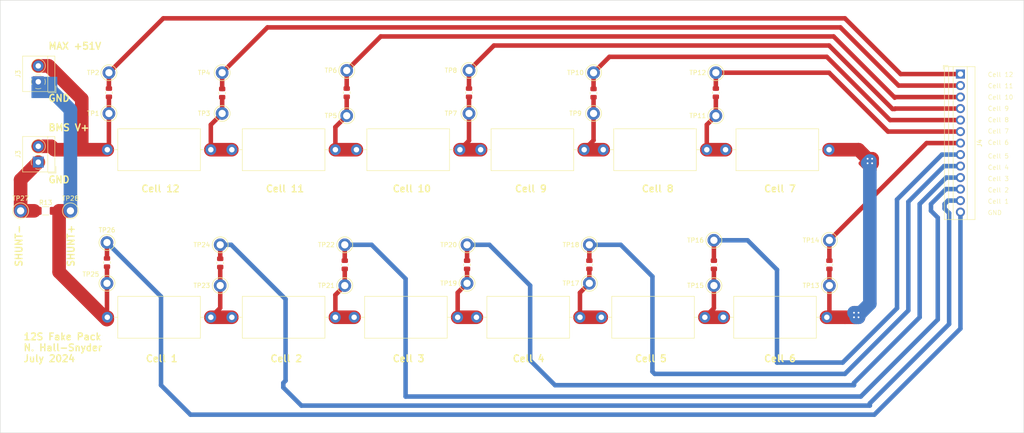
<source format=kicad_pcb>
(kicad_pcb (version 20240108) (generator "pcbnew") (generator_version "8.0")
  (layers (0 "F.Cu" signal) (31 "B.Cu" signal) (34 "B.Paste" user) (35 "F.Paste" user) (36 "B.SilkS" user "B.Silkscreen") (37 "F.SilkS" user "F.Silkscreen") (38 "B.Mask" user) (39 "F.Mask" user) (44 "Edge.Cuts" user))
  (net 0 "")
  (net 1 "Net-(J3-Pin_2)")
  (net 2 "GND")
  (net 3 "Net-(J4-Pin_5)")
  (net 4 "Net-(J4-Pin_6)")
  (net 5 "Net-(J4-Pin_7)")
  (net 6 "Net-(J4-Pin_8)")
  (net 7 "Net-(J4-Pin_10)")
  (net 8 "Net-(J4-Pin_1)")
  (net 9 "Net-(J4-Pin_2)")
  (net 10 "Net-(J4-Pin_9)")
  (net 11 "Net-(J4-Pin_4)")
  (net 12 "Net-(J4-Pin_12)")
  (net 13 "Net-(J4-Pin_3)")
  (net 14 "Net-(J4-Pin_13)")
  (net 15 "Net-(J4-Pin_11)")
  (net 16 "Net-(R1-Pad2)")
  (net 17 "Net-(R2-Pad2)")
  (net 18 "Net-(R23-Pad1)")
  (net 19 "Net-(R22-Pad1)")
  (net 20 "Net-(R21-Pad1)")
  (net 21 "Net-(R20-Pad1)")
  (net 22 "Net-(R19-Pad1)")
  (net 23 "Net-(R18-Pad1)")
  (net 24 "Net-(R10-Pad1)")
  (net 25 "Net-(R10-Pad2)")
  (net 26 "Net-(R11-Pad2)")
  (net 27 "Net-(R12-Pad2)")
  (footprint "TestPoint:TestPoint_Keystone_5010-5014_Multipurpose" (layer "F.Cu") (at 64.5 35.5)
    (property "Reference" "TP3" (at -4 0 0) (layer "F.SilkS"))
    (property "Value" "TestPoint" (hide yes))
    (pad "1" thru_hole circle (at 0 0) (size 2.8 2.8) (drill 1.6) (layers "*.Cu" "*.Mask") (net 16 "Net-(R1-Pad2)"))
  )
  (footprint "Resistor_SMD:R_0805_2012Metric" (layer "F.Cu") (at 118.57 68.9125 90)
    (property "Reference" "R17" (hide yes))
    (property "Value" "1")
    (pad "1" smd roundrect (at -0.9125 0 90) (size 1.025 1.4) (layers "F.Cu" "F.Paste" "F.Mask") (roundrect_rratio 0.243902) (net 24 "Net-(R10-Pad1)"))
    (pad "2" smd roundrect (at 0.9125 0 90) (size 1.025 1.4) (layers "F.Cu" "F.Paste" "F.Mask") (roundrect_rratio 0.243902) (net 7 "Net-(J4-Pin_10)"))
  )
  (footprint "Resistor_SMD:R_0805_2012Metric" (layer "F.Cu") (at 64.07 68.5 90)
    (property "Reference" "R15" (hide yes))
    (property "Value" "1")
    (pad "1" smd roundrect (at -0.9125 0 90) (size 1.025 1.4) (layers "F.Cu" "F.Paste" "F.Mask") (roundrect_rratio 0.243902) (net 26 "Net-(R11-Pad2)"))
    (pad "2" smd roundrect (at 0.9125 0 90) (size 1.025 1.4) (layers "F.Cu" "F.Paste" "F.Mask") (roundrect_rratio 0.243902) (net 12 "Net-(J4-Pin_12)"))
  )
  (footprint "TestPoint:TestPoint_Keystone_5010-5014_Multipurpose" (layer "F.Cu") (at 119 26)
    (property "Reference" "TP8" (at -4 0 0) (layer "F.SilkS"))
    (property "Value" "TestPoint" (hide yes))
    (pad "1" thru_hole circle (at 0 0) (size 2.8 2.8) (drill 1.6) (layers "*.Cu" "*.Mask") (net 11 "Net-(J4-Pin_4)"))
  )
  (footprint "Resistor_SMD:R_1206_3216Metric" (layer "F.Cu") (at 25.5375 57)
    (property "Reference" "R13" (at 0 -1.82 0) (layer "F.SilkS"))
    (property "Value" "0.1")
    (pad "1" smd roundrect (at -1.4625 0) (size 1.125 1.75) (layers "F.Cu" "F.Paste" "F.Mask") (roundrect_rratio 0.222222) (net 2 "GND"))
    (pad "2" smd roundrect (at 1.4625 0) (size 1.125 1.75) (layers "F.Cu" "F.Paste" "F.Mask") (roundrect_rratio 0.222222) (net 27 "Net-(R12-Pad2)"))
  )
  (footprint "TestPoint:TestPoint_Keystone_5010-5014_Multipurpose" (layer "F.Cu") (at 198.57 73.5)
    (property "Reference" "TP13" (at -4.07 0 0) (layer "F.SilkS"))
    (property "Value" "TestPoint" (hide yes))
    (pad "1" thru_hole circle (at 0 0) (size 2.8 2.8) (drill 1.6) (layers "*.Cu" "*.Mask") (net 21 "Net-(R20-Pad1)"))
  )
  (footprint "Resistor_THT:R_Axial_DIN0918_L18.0mm_D9.0mm_P22.86mm_Horizontal" (layer "F.Cu") (at 94.14 43.5)
    (property "Reference" "R3" (hide yes))
    (property "Value" "10" (hide yes))
    (pad "1" thru_hole circle (at 0 0) (size 2.4 2.4) (drill 1.2) (layers "*.Cu" "*.Mask") (net 17 "Net-(R2-Pad2)"))
    (pad "2" thru_hole oval (at 22.86 0) (size 2.4 2.4) (drill 1.2) (layers "*.Cu" "*.Mask") (net 18 "Net-(R23-Pad1)"))
  )
  (footprint "TestPoint:TestPoint_Keystone_5010-5014_Multipurpose" (layer "F.Cu") (at 39.07 64)
    (property "Reference" "TP26" (at 0 -2.75 0) (layer "F.SilkS"))
    (property "Value" "TestPoint")
    (pad "1" thru_hole circle (at 0 0) (size 2.8 2.8) (drill 1.6) (layers "*.Cu" "*.Mask") (net 14 "Net-(J4-Pin_13)"))
  )
  (footprint "Resistor_THT:R_Axial_DIN0918_L18.0mm_D9.0mm_P22.86mm_Horizontal" (layer "F.Cu") (at 66.64 43.5)
    (property "Reference" "R2" (hide yes))
    (property "Value" "10" (hide yes))
    (pad "1" thru_hole circle (at 0 0) (size 2.4 2.4) (drill 1.2) (layers "*.Cu" "*.Mask") (net 16 "Net-(R1-Pad2)"))
    (pad "2" thru_hole oval (at 22.86 0) (size 2.4 2.4) (drill 1.2) (layers "*.Cu" "*.Mask") (net 17 "Net-(R2-Pad2)"))
  )
  (footprint "TestPoint:TestPoint_Keystone_5010-5014_Multipurpose" (layer "F.Cu") (at 64.5 26.5)
    (property "Reference" "TP4" (at -4 0 0) (layer "F.SilkS"))
    (property "Value" "TestPoint" (hide yes))
    (pad "1" thru_hole circle (at 0 0) (size 2.8 2.8) (drill 1.6) (layers "*.Cu" "*.Mask") (net 9 "Net-(J4-Pin_2)"))
  )
  (footprint "TestPoint:TestPoint_Keystone_5010-5014_Multipurpose" (layer "F.Cu") (at 39.5 26.5)
    (property "Reference" "TP2" (at -3.5 0 0) (layer "F.SilkS"))
    (property "Value" "TestPoint" (hide yes))
    (pad "1" thru_hole circle (at 0 0) (size 2.8 2.8) (drill 1.6) (layers "*.Cu" "*.Mask") (net 8 "Net-(J4-Pin_1)"))
  )
  (footprint "Resistor_THT:R_Axial_DIN0918_L18.0mm_D9.0mm_P22.86mm_Horizontal" (layer "F.Cu") (at 198 80.5 180)
    (property "Reference" "R7" (hide yes))
    (property "Value" "10")
    (pad "1" thru_hole circle (at 0 0 180) (size 2.4 2.4) (drill 1.2) (layers "*.Cu" "*.Mask") (net 21 "Net-(R20-Pad1)"))
    (pad "2" thru_hole oval (at 22.86 0 180) (size 2.4 2.4) (drill 1.2) (layers "*.Cu" "*.Mask") (net 22 "Net-(R19-Pad1)"))
  )
  (footprint "TerminalBlock:TerminalBlock_Xinya_XY308-2.54-13P_1x13_P2.54mm_Horizontal" (layer "F.Cu") (at 227.5 26.8 -90)
    (property "Reference" "J4" (at 15.24 -4.22 90) (layer "F.SilkS"))
    (property "Value" "Screw_Terminal_01x13")
    (pad "1" thru_hole rect (at 0 0 270) (size 2 2) (drill 1.2) (layers "*.Cu" "*.Mask") (net 8 "Net-(J4-Pin_1)"))
    (pad "2" thru_hole circle (at 2.54 0 270) (size 2 2) (drill 1.2) (layers "*.Cu" "*.Mask") (net 9 "Net-(J4-Pin_2)"))
    (pad "3" thru_hole circle (at 5.08 0 270) (size 2 2) (drill 1.2) (layers "*.Cu" "*.Mask") (net 13 "Net-(J4-Pin_3)"))
    (pad "4" thru_hole circle (at 7.62 0 270) (size 2 2) (drill 1.2) (layers "*.Cu" "*.Mask") (net 11 "Net-(J4-Pin_4)"))
    (pad "5" thru_hole circle (at 10.16 0 270) (size 2 2) (drill 1.2) (layers "*.Cu" "*.Mask") (net 3 "Net-(J4-Pin_5)"))
    (pad "6" thru_hole circle (at 12.7 0 270) (size 2 2) (drill 1.2) (layers "*.Cu" "*.Mask") (net 4 "Net-(J4-Pin_6)"))
    (pad "7" thru_hole circle (at 15.24 0 270) (size 2 2) (drill 1.2) (layers "*.Cu" "*.Mask") (net 5 "Net-(J4-Pin_7)"))
    (pad "8" thru_hole circle (at 17.78 0 270) (size 2 2) (drill 1.2) (layers "*.Cu" "*.Mask") (net 6 "Net-(J4-Pin_8)"))
    (pad "9" thru_hole circle (at 20.32 0 270) (size 2 2) (drill 1.2) (layers "*.Cu" "*.Mask") (net 10 "Net-(J4-Pin_9)"))
    (pad "10" thru_hole circle (at 22.86 0 270) (size 2 2) (drill 1.2) (layers "*.Cu" "*.Mask") (net 7 "Net-(J4-Pin_10)"))
    (pad "11" thru_hole circle (at 25.4 0 270) (size 2 2) (drill 1.2) (layers "*.Cu" "*.Mask") (net 15 "Net-(J4-Pin_11)"))
    (pad "12" thru_hole circle (at 27.94 0 270) (size 2 2) (drill 1.2) (layers "*.Cu" "*.Mask") (net 12 "Net-(J4-Pin_12)"))
    (pad "13" thru_hole circle (at 30.48 0 270) (size 2 2) (drill 1.2) (layers "*.Cu" "*.Mask") (net 14 "Net-(J4-Pin_13)"))
  )
  (footprint "TestPoint:TestPoint_Keystone_5010-5014_Multipurpose" (layer "F.Cu") (at 146.5 35.5)
    (property "Reference" "TP9" (at -4 0 0) (layer "F.SilkS"))
    (property "Value" "TestPoint" (hide yes))
    (pad "1" thru_hole circle (at 0 0) (size 2.8 2.8) (drill 1.6) (layers "*.Cu" "*.Mask") (net 19 "Net-(R22-Pad1)"))
  )
  (footprint "TestPoint:TestPoint_Keystone_5010-5014_Multipurpose" (layer "F.Cu") (at 64.07 73.5)
    (property "Reference" "TP23" (at -4.07 0 0) (layer "F.SilkS"))
    (property "Value" "TestPoint" (hide yes))
    (pad "1" thru_hole circle (at 0 0) (size 2.8 2.8) (drill 1.6) (layers "*.Cu" "*.Mask") (net 26 "Net-(R11-Pad2)"))
  )
  (footprint "TestPoint:TestPoint_Keystone_5010-5014_Multipurpose" (layer "F.Cu") (at 39.07 73)
    (property "Reference" "TP25" (at -3.57 -2 0) (layer "F.SilkS"))
    (property "Value" "TestPoint" (hide yes))
    (pad "1" thru_hole circle (at 0 0) (size 2.8 2.8) (drill 1.6) (layers "*.Cu" "*.Mask") (net 27 "Net-(R12-Pad2)"))
  )
  (footprint "TerminalBlock_4Ucon:TerminalBlock_4Ucon_1x02_P3.50mm_Horizontal" (layer "F.Cu") (at 23.9 28.5 90)
    (property "Reference" "J3" (at 1.75 -4.46 90) (layer "F.SilkS"))
    (property "Value" "Screw_Terminal_01x02" (hide yes))
    (pad "1" thru_hole rect (at 0 0 90) (size 2.4 2.4) (drill 1.2) (layers "*.Cu" "*.Mask") (net 2 "GND"))
    (pad "2" thru_hole circle (at 3.5 0 90) (size 2.4 2.4) (drill 1.2) (layers "*.Cu" "*.Mask") (net 1 "Net-(J3-Pin_2)"))
  )
  (footprint "Resistor_SMD:R_0805_2012Metric" (layer "F.Cu") (at 173.5 30.9125 90)
    (property "Reference" "R21" (hide yes))
    (property "Value" "1")
    (pad "1" smd roundrect (at -0.9125 0 90) (size 1.025 1.4) (layers "F.Cu" "F.Paste" "F.Mask") (roundrect_rratio 0.243902) (net 20 "Net-(R21-Pad1)"))
    (pad "2" smd roundrect (at 0.9125 0 90) (size 1.025 1.4) (layers "F.Cu" "F.Paste" "F.Mask") (roundrect_rratio 0.243902) (net 4 "Net-(J4-Pin_6)"))
  )
  (footprint "Resistor_SMD:R_0805_2012Metric" (layer "F.Cu") (at 39.07 68.4125 90)
    (property "Reference" "R14" (hide yes))
    (property "Value" "1")
    (pad "1" smd roundrect (at -0.9125 0 90) (size 1.025 1.4) (layers "F.Cu" "F.Paste" "F.Mask") (roundrect_rratio 0.243902) (net 27 "Net-(R12-Pad2)"))
    (pad "2" smd roundrect (at 0.9125 0 90) (size 1.025 1.4) (layers "F.Cu" "F.Paste" "F.Mask") (roundrect_rratio 0.243902) (net 14 "Net-(J4-Pin_13)"))
  )
  (footprint "TestPoint:TestPoint_Keystone_5010-5014_Multipurpose" (layer "F.Cu") (at 173.07 73.5)
    (property "Reference" "TP15" (at -4.07 0 0) (layer "F.SilkS"))
    (property "Value" "TestPoint" (hide yes))
    (pad "1" thru_hole circle (at 0 0) (size 2.8 2.8) (drill 1.6) (layers "*.Cu" "*.Mask") (net 22 "Net-(R19-Pad1)"))
  )
  (footprint "TestPoint:TestPoint_Keystone_5010-5014_Multipurpose" (layer "F.Cu") (at 146.5 26.5)
    (property "Reference" "TP10" (at -4 0 0) (layer "F.SilkS"))
    (property "Value" "TestPoint" (hide yes))
    (pad "1" thru_hole circle (at 0 0) (size 2.8 2.8) (drill 1.6) (layers "*.Cu" "*.Mask") (net 3 "Net-(J4-Pin_5)"))
  )
  (footprint "Resistor_SMD:R_0805_2012Metric" (layer "F.Cu") (at 173.07 68.9125 90)
    (property "Reference" "R19" (hide yes))
    (property "Value" "1")
    (pad "1" smd roundrect (at -0.9125 0 90) (size 1.025 1.4) (layers "F.Cu" "F.Paste" "F.Mask") (roundrect_rratio 0.243902) (net 22 "Net-(R19-Pad1)"))
    (pad "2" smd roundrect (at 0.9125 0 90) (size 1.025 1.4) (layers "F.Cu" "F.Paste" "F.Mask") (roundrect_rratio 0.243902) (net 6 "Net-(J4-Pin_8)"))
  )
  (footprint "Resistor_SMD:R_0805_2012Metric" (layer "F.Cu") (at 145.57 68.9125 90)
    (property "Reference" "R18" (hide yes))
    (property "Value" "1")
    (pad "1" smd roundrect (at -0.9125 0 90) (size 1.025 1.4) (layers "F.Cu" "F.Paste" "F.Mask") (roundrect_rratio 0.243902) (net 23 "Net-(R18-Pad1)"))
    (pad "2" smd roundrect (at 0.9125 0 90) (size 1.025 1.4) (layers "F.Cu" "F.Paste" "F.Mask") (roundrect_rratio 0.243902) (net 10 "Net-(J4-Pin_9)"))
  )
  (footprint "TestPoint:TestPoint_Keystone_5010-5014_Multipurpose" (layer "F.Cu") (at 92 26)
    (property "Reference" "TP6" (at -3.5 0 0) (layer "F.SilkS"))
    (property "Value" "TestPoint" (hide yes))
    (pad "1" thru_hole circle (at 0 0) (size 2.8 2.8) (drill 1.6) (layers "*.Cu" "*.Mask") (net 13 "Net-(J4-Pin_3)"))
  )
  (footprint "TestPoint:TestPoint_Keystone_5010-5014_Multipurpose" (layer "F.Cu") (at 31 57)
    (property "Reference" "TP28" (at 0 -2.75 0) (layer "F.SilkS"))
    (property "Value" "TestPoint")
    (pad "1" thru_hole circle (at 0 0) (size 2.8 2.8) (drill 1.6) (layers "*.Cu" "*.Mask") (net 27 "Net-(R12-Pad2)"))
  )
  (footprint "Resistor_SMD:R_0805_2012Metric" (layer "F.Cu") (at 64.5 31 90)
    (property "Reference" "R25" (hide yes))
    (property "Value" "1")
    (pad "1" smd roundrect (at -0.9125 0 90) (size 1.025 1.4) (layers "F.Cu" "F.Paste" "F.Mask") (roundrect_rratio 0.243902) (net 16 "Net-(R1-Pad2)"))
    (pad "2" smd roundrect (at 0.9125 0 90) (size 1.025 1.4) (layers "F.Cu" "F.Paste" "F.Mask") (roundrect_rratio 0.243902) (net 9 "Net-(J4-Pin_2)"))
  )
  (footprint "Resistor_SMD:R_0805_2012Metric" (layer "F.Cu") (at 119 30.9125 90)
    (property "Reference" "R23" (hide yes))
    (property "Value" "1")
    (pad "1" smd roundrect (at -0.9125 0 90) (size 1.025 1.4) (layers "F.Cu" "F.Paste" "F.Mask") (roundrect_rratio 0.243902) (net 18 "Net-(R23-Pad1)"))
    (pad "2" smd roundrect (at 0.9125 0 90) (size 1.025 1.4) (layers "F.Cu" "F.Paste" "F.Mask") (roundrect_rratio 0.243902) (net 11 "Net-(J4-Pin_4)"))
  )
  (footprint "Resistor_SMD:R_0805_2012Metric" (layer "F.Cu") (at 198.57 68.9125 90)
    (property "Reference" "R20" (hide yes))
    (property "Value" "1")
    (pad "1" smd roundrect (at -0.9125 0 90) (size 1.025 1.4) (layers "F.Cu" "F.Paste" "F.Mask") (roundrect_rratio 0.243902) (net 21 "Net-(R20-Pad1)"))
    (pad "2" smd roundrect (at 0.9125 0 90) (size 1.025 1.4) (layers "F.Cu" "F.Paste" "F.Mask") (roundrect_rratio 0.243902) (net 5 "Net-(J4-Pin_7)"))
  )
  (footprint "Resistor_THT:R_Axial_DIN0918_L18.0mm_D9.0mm_P22.86mm_Horizontal" (layer "F.Cu") (at 143.5 80.5 180)
    (property "Reference" "R9" (hide yes))
    (property "Value" "10")
    (pad "1" thru_hole circle (at 0 0 180) (size 2.4 2.4) (drill 1.2) (layers "*.Cu" "*.Mask") (net 23 "Net-(R18-Pad1)"))
    (pad "2" thru_hole oval (at 22.86 0 180) (size 2.4 2.4) (drill 1.2) (layers "*.Cu" "*.Mask") (net 24 "Net-(R10-Pad1)"))
  )
  (footprint "TestPoint:TestPoint_Keystone_5010-5014_Multipurpose" (layer "F.Cu") (at 173.07 63.5)
    (property "Reference" "TP16" (at -4.07 0 0) (layer "F.SilkS"))
    (property "Value" "TestPoint" (hide yes))
    (pad "1" thru_hole circle (at 0 0) (size 2.8 2.8) (drill 1.6) (layers "*.Cu" "*.Mask") (net 6 "Net-(J4-Pin_8)"))
  )
  (footprint "TestPoint:TestPoint_Keystone_5010-5014_Multipurpose" (layer "F.Cu") (at 118.57 73)
    (property "Reference" "TP19" (at -4.07 0 0) (layer "F.SilkS"))
    (property "Value" "TestPoint" (hide yes))
    (pad "1" thru_hole circle (at 0 0) (size 2.8 2.8) (drill 1.6) (layers "*.Cu" "*.Mask") (net 24 "Net-(R10-Pad1)"))
  )
  (footprint "TerminalBlock_4Ucon:TerminalBlock_4Ucon_1x02_P3.50mm_Horizontal" (layer "F.Cu") (at 23.9 46.25 90)
    (property "Reference" "J3" (at 1.75 -4.46 90) (layer "F.SilkS"))
    (property "Value" "Screw_Terminal_01x02" (hide yes))
    (pad "1" thru_hole rect (at 0 0 90) (size 2.4 2.4) (drill 1.2) (layers "*.Cu" "*.Mask") (net 2 "GND"))
    (pad "2" thru_hole circle (at 3.5 0 90) (size 2.4 2.4) (drill 1.2) (layers "*.Cu" "*.Mask") (net 1 "Net-(J3-Pin_2)"))
  )
  (footprint "Resistor_SMD:R_0805_2012Metric" (layer "F.Cu") (at 146.5 31 90)
    (property "Reference" "R22" (hide yes))
    (property "Value" "1")
    (pad "1" smd roundrect (at -0.9125 0 90) (size 1.025 1.4) (layers "F.Cu" "F.Paste" "F.Mask") (roundrect_rratio 0.243902) (net 19 "Net-(R22-Pad1)"))
    (pad "2" smd roundrect (at 0.9125 0 90) (size 1.025 1.4) (layers "F.Cu" "F.Paste" "F.Mask") (roundrect_rratio 0.243902) (net 3 "Net-(J4-Pin_5)"))
  )
  (footprint "Resistor_SMD:R_0805_2012Metric" (layer "F.Cu") (at 92 30.9125 90)
    (property "Reference" "R24" (hide yes))
    (property "Value" "1")
    (pad "1" smd roundrect (at -0.9125 0 90) (size 1.025 1.4) (layers "F.Cu" "F.Paste" "F.Mask") (roundrect_rratio 0.243902) (net 17 "Net-(R2-Pad2)"))
    (pad "2" smd roundrect (at 0.9125 0 90) (size 1.025 1.4) (layers "F.Cu" "F.Paste" "F.Mask") (roundrect_rratio 0.243902) (net 13 "Net-(J4-Pin_3)"))
  )
  (footprint "TestPoint:TestPoint_Keystone_5010-5014_Multipurpose" (layer "F.Cu") (at 92 36)
    (property "Reference" "TP5" (at -3.5 0 0) (layer "F.SilkS"))
    (property "Value" "TestPoint" (hide yes))
    (pad "1" thru_hole circle (at 0 0) (size 2.8 2.8) (drill 1.6) (layers "*.Cu" "*.Mask") (net 17 "Net-(R2-Pad2)"))
  )
  (footprint "TestPoint:TestPoint_Keystone_5010-5014_Multipurpose" (layer "F.Cu") (at 64.07 64.5)
    (property "Reference" "TP24" (at -4.07 0 0) (layer "F.SilkS"))
    (property "Value" "TestPoint" (hide yes))
    (pad "1" thru_hole circle (at 0 0) (size 2.8 2.8) (drill 1.6) (layers "*.Cu" "*.Mask") (net 12 "Net-(J4-Pin_12)"))
  )
  (footprint "Resistor_THT:R_Axial_DIN0918_L18.0mm_D9.0mm_P22.86mm_Horizontal" (layer "F.Cu") (at 171.07 80.5 180)
    (property "Reference" "R8" (hide yes))
    (property "Value" "10")
    (pad "1" thru_hole circle (at 0 0 180) (size 2.4 2.4) (drill 1.2) (layers "*.Cu" "*.Mask") (net 22 "Net-(R19-Pad1)"))
    (pad "2" thru_hole oval (at 22.86 0 180) (size 2.4 2.4) (drill 1.2) (layers "*.Cu" "*.Mask") (net 23 "Net-(R18-Pad1)"))
  )
  (footprint "TestPoint:TestPoint_Keystone_5010-5014_Multipurpose" (layer "F.Cu") (at 91.57 73.5)
    (property "Reference" "TP21" (at -4.07 0 0) (layer "F.SilkS"))
    (property "Value" "TestPoint" (hide yes))
    (pad "1" thru_hole circle (at 0 0) (size 2.8 2.8) (drill 1.6) (layers "*.Cu" "*.Mask") (net 25 "Net-(R10-Pad2)"))
  )
  (footprint "Resistor_THT:R_Axial_DIN0918_L18.0mm_D9.0mm_P22.86mm_Horizontal" (layer "F.Cu") (at 39.14 43.5)
    (property "Reference" "R1" (hide yes))
    (property "Value" "10" (hide yes))
    (pad "1" thru_hole circle (at 0 0) (size 2.4 2.4) (drill 1.2) (layers "*.Cu" "*.Mask") (net 1 "Net-(J3-Pin_2)"))
    (pad "2" thru_hole oval (at 22.86 0) (size 2.4 2.4) (drill 1.2) (layers "*.Cu" "*.Mask") (net 16 "Net-(R1-Pad2)"))
  )
  (footprint "TestPoint:TestPoint_Keystone_5010-5014_Multipurpose" (layer "F.Cu") (at 91.57 64.5)
    (property "Reference" "TP22" (at -4.07 0 0) (layer "F.SilkS"))
    (property "Value" "TestPoint" (hide yes))
    (pad "1" thru_hole circle (at 0 0) (size 2.8 2.8) (drill 1.6) (layers "*.Cu" "*.Mask") (net 15 "Net-(J4-Pin_11)"))
  )
  (footprint "Resistor_THT:R_Axial_DIN0918_L18.0mm_D9.0mm_P22.86mm_Horizontal" (layer "F.Cu") (at 62 80.5 180)
    (property "Reference" "R12" (hide yes))
    (property "Value" "10")
    (pad "1" thru_hole circle (at 0 0 180) (size 2.4 2.4) (drill 1.2) (layers "*.Cu" "*.Mask") (net 26 "Net-(R11-Pad2)"))
    (pad "2" thru_hole oval (at 22.86 0 180) (size 2.4 2.4) (drill 1.2) (layers "*.Cu" "*.Mask") (net 27 "Net-(R12-Pad2)"))
  )
  (footprint "Resistor_SMD:R_0805_2012Metric" (layer "F.Cu") (at 91.57 68.9125 90)
    (property "Reference" "R16" (hide yes))
    (property "Value" "1")
    (pad "1" smd roundrect (at -0.9125 0 90) (size 1.025 1.4) (layers "F.Cu" "F.Paste" "F.Mask") (roundrect_rratio 0.243902) (net 25 "Net-(R10-Pad2)"))
    (pad "2" smd roundrect (at 0.9125 0 90) (size 1.025 1.4) (layers "F.Cu" "F.Paste" "F.Mask") (roundrect_rratio 0.243902) (net 15 "Net-(J4-Pin_11)"))
  )
  (footprint "Resistor_THT:R_Axial_DIN0918_L18.0mm_D9.0mm_P22.86mm_Horizontal" (layer "F.Cu") (at 121.57 43.5)
    (property "Reference" "R4" (hide yes))
    (property "Value" "10" (hide yes))
    (pad "1" thru_hole circle (at 0 0) (size 2.4 2.4) (drill 1.2) (layers "*.Cu" "*.Mask") (net 18 "Net-(R23-Pad1)"))
    (pad "2" thru_hole oval (at 22.86 0) (size 2.4 2.4) (drill 1.2) (layers "*.Cu" "*.Mask") (net 19 "Net-(R22-Pad1)"))
  )
  (footprint "TestPoint:TestPoint_Keystone_5010-5014_Multipurpose" (layer "F.Cu") (at 20 57)
    (property "Reference" "TP27" (at 0 -2.75 0) (layer "F.SilkS"))
    (property "Value" "TestPoint")
    (pad "1" thru_hole circle (at 0 0) (size 2.8 2.8) (drill 1.6) (layers "*.Cu" "*.Mask") (net 2 "GND"))
  )
  (footprint "TestPoint:TestPoint_Keystone_5010-5014_Multipurpose" (layer "F.Cu") (at 39.5 35.5)
    (property "Reference" "TP1" (at -3.5 0 0) (layer "F.SilkS"))
    (property "Value" "TestPoint" (hide yes))
    (pad "1" thru_hole circle (at 0 0) (size 2.8 2.8) (drill 1.6) (layers "*.Cu" "*.Mask") (net 1 "Net-(J3-Pin_2)"))
  )
  (footprint "TestPoint:TestPoint_Keystone_5010-5014_Multipurpose" (layer "F.Cu") (at 119 35.5)
    (property "Reference" "TP7" (at -4 0 0) (layer "F.SilkS"))
    (property "Value" "TestPoint" (hide yes))
    (pad "1" thru_hole circle (at 0 0) (size 2.8 2.8) (drill 1.6) (layers "*.Cu" "*.Mask") (net 18 "Net-(R23-Pad1)"))
  )
  (footprint "TestPoint:TestPoint_Keystone_5010-5014_Multipurpose" (layer "F.Cu") (at 145.57 64.5)
    (property "Reference" "TP18" (at -4.07 0 0) (layer "F.SilkS"))
    (property "Value" "TestPoint" (hide yes))
    (pad "1" thru_hole circle (at 0 0) (size 2.8 2.8) (drill 1.6) (layers "*.Cu" "*.Mask") (net 10 "Net-(J4-Pin_9)"))
  )
  (footprint "TestPoint:TestPoint_Keystone_5010-5014_Multipurpose" (layer "F.Cu") (at 173.5 26.5)
    (property "Reference" "TP12" (at -4 0 0) (layer "F.SilkS"))
    (property "Value" "TestPoint" (hide yes))
    (pad "1" thru_hole circle (at 0 0) (size 2.8 2.8) (drill 1.6) (layers "*.Cu" "*.Mask") (net 4 "Net-(J4-Pin_6)"))
  )
  (footprint "Resistor_THT:R_Axial_DIN0918_L18.0mm_D9.0mm_P22.86mm_Horizontal" (layer "F.Cu") (at 175.64 43.5)
    (property "Reference" "R6" (hide yes))
    (property "Value" "10" (hide yes))
    (pad "1" thru_hole circle (at 0 0) (size 2.4 2.4) (drill 1.2) (layers "*.Cu" "*.Mask") (net 20 "Net-(R21-Pad1)"))
    (pad "2" thru_hole oval (at 22.86 0) (size 2.4 2.4) (drill 1.2) (layers "*.Cu" "*.Mask") (net 21 "Net-(R20-Pad1)"))
  )
  (footprint "Resistor_SMD:R_0805_2012Metric" (layer "F.Cu") (at 39.5 30.9125 90)
    (property "Reference" "R26" (hide yes))
    (property "Value" "1")
    (pad "1" smd roundrect (at -0.9125 0 90) (size 1.025 1.4) (layers "F.Cu" "F.Paste" "F.Mask") (roundrect_rratio 0.243902) (net 1 "Net-(J3-Pin_2)"))
    (pad "2" smd roundrect (at 0.9125 0 90) (size 1.025 1.4) (layers "F.Cu" "F.Paste" "F.Mask") (roundrect_rratio 0.243902) (net 8 "Net-(J4-Pin_1)"))
  )
  (footprint "Resistor_THT:R_Axial_DIN0918_L18.0mm_D9.0mm_P22.86mm_Horizontal" (layer "F.Cu") (at 148.64 43.5)
    (property "Reference" "R5" (hide yes))
    (property "Value" "10" (hide yes))
    (pad "1" thru_hole circle (at 0 0) (size 2.4 2.4) (drill 1.2) (layers "*.Cu" "*.Mask") (net 19 "Net-(R22-Pad1)"))
    (pad "2" thru_hole oval (at 22.86 0) (size 2.4 2.4) (drill 1.2) (layers "*.Cu" "*.Mask") (net 20 "Net-(R21-Pad1)"))
  )
  (footprint "TestPoint:TestPoint_Keystone_5010-5014_Multipurpose" (layer "F.Cu") (at 145.57 73)
    (property "Reference" "TP17" (at -4.07 0 0) (layer "F.SilkS"))
    (property "Value" "TestPoint" (hide yes))
    (pad "1" thru_hole circle (at 0 0) (size 2.8 2.8) (drill 1.6) (layers "*.Cu" "*.Mask") (net 23 "Net-(R18-Pad1)"))
  )
  (footprint "TestPoint:TestPoint_Keystone_5010-5014_Multipurpose" (layer "F.Cu") (at 173.5 36)
    (property "Reference" "TP11" (at -4 0 0) (layer "F.SilkS"))
    (property "Value" "TestPoint" (hide yes))
    (pad "1" thru_hole circle (at 0 0) (size 2.8 2.8) (drill 1.6) (layers "*.Cu" "*.Mask") (net 20 "Net-(R21-Pad1)"))
  )
  (footprint "TestPoint:TestPoint_Keystone_5010-5014_Multipurpose" (layer "F.Cu") (at 118.57 64.5)
    (property "Reference" "TP20" (at -4.07 0 0) (layer "F.SilkS"))
    (property "Value" "TestPoint" (hide yes))
    (pad "1" thru_hole circle (at 0 0) (size 2.8 2.8) (drill 1.6) (layers "*.Cu" "*.Mask") (net 7 "Net-(J4-Pin_10)"))
  )
  (footprint "Resistor_THT:R_Axial_DIN0918_L18.0mm_D9.0mm_P22.86mm_Horizontal" (layer "F.Cu") (at 89.5 80.5 180)
    (property "Reference" "R11" (hide yes))
    (property "Value" "10")
    (pad "1" thru_hole circle (at 0 0 180) (size 2.4 2.4) (drill 1.2) (layers "*.Cu" "*.Mask") (net 25 "Net-(R10-Pad2)"))
    (pad "2" thru_hole oval (at 22.86 0 180) (size 2.4 2.4) (drill 1.2) (layers "*.Cu" "*.Mask") (net 26 "Net-(R11-Pad2)"))
  )
  (footprint "TestPoint:TestPoint_Keystone_5010-5014_Multipurpose" (layer "F.Cu") (at 198.57 63.5)
    (property "Reference" "TP14" (at -4.07 0 0) (layer "F.SilkS"))
    (property "Value" "TestPoint" (hide yes))
    (pad "1" thru_hole circle (at 0 0) (size 2.8 2.8) (drill 1.6) (layers "*.Cu" "*.Mask") (net 5 "Net-(J4-Pin_7)"))
  )
  (footprint "Resistor_THT:R_Axial_DIN0918_L18.0mm_D9.0mm_P22.86mm_Horizontal" (layer "F.Cu") (at 116.5 80.5 180)
    (property "Reference" "R10" (hide yes))
    (property "Value" "10")
    (pad "1" thru_hole circle (at 0 0 180) (size 2.4 2.4) (drill 1.2) (layers "*.Cu" "*.Mask") (net 24 "Net-(R10-Pad1)"))
    (pad "2" thru_hole oval (at 22.86 0 180) (size 2.4 2.4) (drill 1.2) (layers "*.Cu" "*.Mask") (net 25 "Net-(R10-Pad2)"))
  )
  (gr_rect (start 22.5 27.5) (end 28 32) (stroke (width 0.2)) (fill solid) (layer "B.Cu"))
  (gr_rect (start 15.5 10.5) (end 241.5 106) (stroke (width 0.1)) (fill none) (layer "Edge.Cuts"))
  (gr_text "Cell 8" (at 233.5 37.5 0) (layer "F.SilkS") (effects (font (size 1 1) (thickness 0.1)) (justify left bottom)))
  (gr_text "Cell 10" (at 233.5 32.5 0) (layer "F.SilkS") (effects (font (size 1 1) (thickness 0.1)) (justify left bottom)))
  (gr_text "GND" (at 26 33 0) (layer "F.SilkS") (effects (font (size 1.5 1.5) (thickness 0.3) (bold yes)) (justify left bottom)))
  (gr_text "Cell 11\n" (at 74 53 0) (layer "F.SilkS") (effects (font (size 1.5 1.5) (thickness 0.3) (bold yes)) (justify left bottom)))
  (gr_text "SHUNT-\n" (at 20.5 69.5 90) (layer "F.SilkS") (effects (font (size 1.5 1.5) (thickness 0.3) (bold yes)) (justify left bottom)))
  (gr_text "Cell 5\n" (at 155.5 90.5 0) (layer "F.SilkS") (effects (font (size 1.5 1.5) (thickness 0.3) (bold yes)) (justify left bottom)))
  (gr_text "Cell 7" (at 184 53 0) (layer "F.SilkS") (effects (font (size 1.5 1.5) (thickness 0.3) (bold yes)) (justify left bottom)))
  (gr_text "Cell 1" (at 233.5 55.5 0) (layer "F.SilkS") (effects (font (size 1 1) (thickness 0.1)) (justify left bottom)))
  (gr_text "Cell 12" (at 46.5 53 0) (layer "F.SilkS") (effects (font (size 1.5 1.5) (thickness 0.3) (bold yes)) (justify left bottom)))
  (gr_text "Cell 6" (at 233.5 42.5 0) (layer "F.SilkS") (effects (font (size 1 1) (thickness 0.1)) (justify left bottom)))
  (gr_text "Cell 11" (at 233.5 30 0) (layer "F.SilkS") (effects (font (size 1 1) (thickness 0.1)) (justify left bottom)))
  (gr_text "Cell 8" (at 157 53 0) (layer "F.SilkS") (effects (font (size 1.5 1.5) (thickness 0.3) (bold yes)) (justify left bottom)))
  (gr_text "12S Fake Pack\nN. Hall-Snyder\nJuly 2024\n" (at 20.5 90.5 0) (layer "F.SilkS") (effects (font (size 1.5 1.5) (thickness 0.3) (bold yes)) (justify left bottom)))
  (gr_text "Cell 5" (at 233.5 45.5 0) (layer "F.SilkS") (effects (font (size 1 1) (thickness 0.1)) (justify left bottom)))
  (gr_text "Cell 9\n" (at 129 53 0) (layer "F.SilkS") (effects (font (size 1.5 1.5) (thickness 0.3) (bold yes)) (justify left bottom)))
  (gr_text "BMS V+" (at 26 39.5 0) (layer "F.SilkS") (effects (font (size 1.5 1.5) (thickness 0.3) (bold yes)) (justify left bottom)))
  (gr_text "Cell 1" (at 47.5 90.5 0) (layer "F.SilkS") (effects (font (size 1.5 1.5) (thickness 0.3) (bold yes)) (justify left bottom)))
  (gr_text "GND" (at 26 51 0) (layer "F.SilkS") (effects (font (size 1.5 1.5) (thickness 0.3) (bold yes)) (justify left bottom)))
  (gr_text "GND\n" (at 233.5 58 0) (layer "F.SilkS") (effects (font (size 1 1) (thickness 0.1)) (justify left bottom)))
  (gr_text "Cell 4" (at 233.5 48 0) (layer "F.SilkS") (effects (font (size 1 1) (thickness 0.1)) (justify left bottom)))
  (gr_text "MAX +51V\n" (at 26 21.5 0) (layer "F.SilkS") (effects (font (size 1.5 1.5) (thickness 0.3) (bold yes)) (justify left bottom)))
  (gr_text "Cell 10\n" (at 102 53 0) (layer "F.SilkS") (effects (font (size 1.5 1.5) (thickness 0.3) (bold yes)) (justify left bottom)))
  (gr_text "Cell 2" (at 75 90.5 0) (layer "F.SilkS") (effects (font (size 1.5 1.5) (thickness 0.3) (bold yes)) (justify left bottom)))
  (gr_text "Cell 3" (at 233.5 50.5 0) (layer "F.SilkS") (effects (font (size 1 1) (thickness 0.1)) (justify left bottom)))
  (gr_text "Cell 2" (at 233.5 53 0) (layer "F.SilkS") (effects (font (size 1 1) (thickness 0.1)) (justify left bottom)))
  (gr_text "Cell 12" (at 233.5 27.5 0) (layer "F.SilkS") (effects (font (size 1 1) (thickness 0.1)) (justify left bottom)))
  (gr_text "Cell 4" (at 128.5 90.5 0) (layer "F.SilkS") (effects (font (size 1.5 1.5) (thickness 0.3) (bold yes)) (justify left bottom)))
  (gr_text "Cell 6\n" (at 184 90.5 0) (layer "F.SilkS") (effects (font (size 1.5 1.5) (thickness 0.3) (bold yes)) (justify left bottom)))
  (gr_text "Cell 9" (at 233.5 35 0) (layer "F.SilkS") (effects (font (size 1 1) (thickness 0.1)) (justify left bottom)))
  (gr_text "Cell 7\n" (at 233.5 40 0) (layer "F.SilkS") (effects (font (size 1 1) (thickness 0.1)) (justify left bottom)))
  (gr_text "Cell 3" (at 102 90.5 0) (layer "F.SilkS") (effects (font (size 1.5 1.5) (thickness 0.3) (bold yes)) (justify left bottom)))
  (gr_text "SHUNT+\n" (at 32 69.5 90) (layer "F.SilkS") (effects (font (size 1.5 1.5) (thickness 0.3) (bold yes)) (justify left bottom)))
  (segment (start 27.5 43.5) (end 26.75 42.75) (width 3) (layer "F.Cu") (net 1))
  (segment (start 26.75 42.75) (end 23.9 42.75) (width 3) (layer "F.Cu") (net 1))
  (segment (start 39.5 43.14) (end 39.14 43.5) (width 1) (layer "F.Cu") (net 1))
  (segment (start 26.2 25) (end 23.9 25) (width 3) (layer "F.Cu") (net 1))
  (segment (start 33.5 43.5) (end 33.5 32.3) (width 3) (layer "F.Cu") (net 1))
  (segment (start 33.5 32.3) (end 26.2 25) (width 3) (layer "F.Cu") (net 1))
  (segment (start 39.5 35.5) (end 39.5 31.825) (width 1) (layer "F.Cu") (net 1))
  (segment (start 39.14 43.5) (end 33.5 43.5) (width 3) (layer "F.Cu") (net 1))
  (segment (start 33.5 43.5) (end 27.5 43.5) (width 3) (layer "F.Cu") (net 1))
  (segment (start 39.5 35.5) (end 39.5 43.14) (width 1) (layer "F.Cu") (net 1))
  (segment (start 20 50.15) (end 23.9 46.25) (width 3) (layer "F.Cu") (net 2))
  (segment (start 20 57) (end 23 57) (width 3) (layer "F.Cu") (net 2))
  (segment (start 20 57) (end 20 50.15) (width 3) (layer "F.Cu") (net 2))
  (segment (start 198 23) (end 150 23) (width 1) (layer "F.Cu") (net 3))
  (segment (start 150 23) (end 146.5 26.5) (width 1) (layer "F.Cu") (net 3))
  (segment (start 146.5 30.0875) (end 146.5 26.5) (width 1) (layer "F.Cu") (net 3))
  (segment (start 211.96 36.96) (end 198 23) (width 1) (layer "F.Cu") (net 3))
  (segment (start 227.5 36.96) (end 211.96 36.96) (width 1) (layer "F.Cu") (net 3))
  (segment (start 198.5 26.5) (end 211.5 39.5) (width 1) (layer "F.Cu") (net 4))
  (segment (start 173.5 26.5) (end 198.5 26.5) (width 1) (layer "F.Cu") (net 4))
  (segment (start 173.5 30) (end 173.5 26.5) (width 1) (layer "F.Cu") (net 4))
  (segment (start 211.5 39.5) (end 227.5 39.5) (width 1) (layer "F.Cu") (net 4))
  (segment (start 198.57 68) (end 198.57 63.5) (width 1) (layer "F.Cu") (net 5))
  (segment (start 220.03 42.04) (end 198.57 63.5) (width 1) (layer "F.Cu") (net 5))
  (segment (start 227.5 42.04) (end 220.03 42.04) (width 1) (layer "F.Cu") (net 5))
  (segment (start 173.07 68) (end 173.07 63.5) (width 1) (layer "F.Cu") (net 6))
  (segment (start 173.07 63.5) (end 180.5 63.5) (width 1) (layer "B.Cu") (net 6))
  (segment (start 187 70) (end 187 90.5) (width 1) (layer "B.Cu") (net 6))
  (segment (start 213.5 54.5) (end 223.42 44.58) (width 1) (layer "B.Cu") (net 6))
  (segment (start 201.5 90.5) (end 213.5 78.5) (width 1) (layer "B.Cu") (net 6))
  (segment (start 223.42 44.58) (end 227.5 44.58) (width 1) (layer "B.Cu") (net 6))
  (segment (start 180.5 63.5) (end 187 70) (width 1) (layer "B.Cu") (net 6))
  (segment (start 213.5 78.5) (end 213.5 54.5) (width 1) (layer "B.Cu") (net 6))
  (segment (start 187 90.5) (end 201.5 90.5) (width 1) (layer "B.Cu") (net 6))
  (segment (start 118.57 68) (end 118.57 64.5) (width 1) (layer "F.Cu") (net 7))
  (segment (start 123.5 64.5) (end 118.57 64.5) (width 1) (layer "B.Cu") (net 7))
  (segment (start 218.5 55.5) (end 218.5 80.5) (width 1) (layer "B.Cu") (net 7))
  (segment (start 138 95.5) (end 132.5 90) (width 1) (layer "B.Cu") (net 7))
  (segment (start 132.5 73.5) (end 123.5 64.5) (width 1) (layer "B.Cu") (net 7))
  (segment (start 218.5 80.5) (end 204 95) (width 1) (layer "B.Cu") (net 7))
  (segment (start 227.5 49.66) (end 224.34 49.66) (width 1) (layer "B.Cu") (net 7))
  (segment (start 204 95) (end 204 95.5) (width 1) (layer "B.Cu") (net 7))
  (segment (start 132.5 90) (end 132.5 73.5) (width 1) (layer "B.Cu") (net 7))
  (segment (start 224.34 49.66) (end 218.5 55.5) (width 1) (layer "B.Cu") (net 7))
  (segment (start 204 95.5) (end 138 95.5) (width 1) (layer "B.Cu") (net 7))
  (segment (start 202 14.5) (end 51.5 14.5) (width 1) (layer "F.Cu") (net 8))
  (segment (start 39.5 30) (end 39.5 26.5) (width 1) (layer "F.Cu") (net 8))
  (segment (start 51.5 14.5) (end 39.5 26.5) (width 1) (layer "F.Cu") (net 8))
  (segment (start 227.5 26.8) (end 214.3 26.8) (width 1) (layer "F.Cu") (net 8))
  (segment (start 214.3 26.8) (end 202 14.5) (width 1) (layer "F.Cu") (net 8))
  (segment (start 213.84 29.34) (end 201 16.5) (width 1) (layer "F.Cu") (net 9))
  (segment (start 74.5 16.5) (end 64.5 26.5) (width 1) (layer "F.Cu") (net 9))
  (segment (start 227.5 29.34) (end 213.84 29.34) (width 1) (layer "F.Cu") (net 9))
  (segment (start 64.5 30.0875) (end 64.5 26.5) (width 1) (layer "F.Cu") (net 9))
  (segment (start 201 16.5) (end 74.5 16.5) (width 1) (layer "F.Cu") (net 9))
  (segment (start 145.57 68) (end 145.57 64.5) (width 1) (layer "F.Cu") (net 10))
  (segment (start 223.88 47.12) (end 227.5 47.12) (width 1) (layer "B.Cu") (net 10))
  (segment (start 159.5 71.5) (end 159.5 92.5) (width 1) (layer "B.Cu") (net 10))
  (segment (start 145.57 64.5) (end 152.5 64.5) (width 1) (layer "B.Cu") (net 10))
  (segment (start 160 93) (end 202 93) (width 1) (layer "B.Cu") (net 10))
  (segment (start 216 79) (end 216 55) (width 1) (layer "B.Cu") (net 10))
  (segment (start 216 55) (end 223.88 47.12) (width 1) (layer "B.Cu") (net 10))
  (segment (start 202 93) (end 216 79) (width 1) (layer "B.Cu") (net 10))
  (segment (start 159.5 92.5) (end 160 93) (width 1) (layer "B.Cu") (net 10))
  (segment (start 152.5 64.5) (end 159.5 71.5) (width 1) (layer "B.Cu") (net 10))
  (segment (start 198.5 20.5) (end 124.5 20.5) (width 1) (layer "F.Cu") (net 11))
  (segment (start 213 34.5) (end 212.5 34.5) (width 1) (layer "F.Cu") (net 11))
  (segment (start 212.5 34.5) (end 198.5 20.5) (width 1) (layer "F.Cu") (net 11))
  (segment (start 213.08 34.42) (end 213 34.5) (width 1) (layer "F.Cu") (net 11))
  (segment (start 227.5 34.42) (end 213.08 34.42) (width 1) (layer "F.Cu") (net 11))
  (segment (start 119 30) (end 119 26) (width 1) (layer "F.Cu") (net 11))
  (segment (start 124.5 20.5) (end 119 26) (width 1) (layer "F.Cu") (net 11))
  (segment (start 64.07 67.5875) (end 64.07 64.5) (width 1) (layer "F.Cu") (net 12))
  (segment (start 207.5 99.5) (end 207.5 100) (width 1) (layer "B.Cu") (net 12))
  (segment (start 224.76 54.74) (end 224 55.5) (width 1) (layer "B.Cu") (net 12))
  (segment (start 78.5 94.5) (end 78.5 76.5) (width 1) (layer "B.Cu") (net 12))
  (segment (start 207.5 100) (end 82 100) (width 1) (layer "B.Cu") (net 12))
  (segment (start 225 57.5) (end 225 82) (width 1) (layer "B.Cu") (net 12))
  (segment (start 78 95) (end 78.5 94.5) (width 1) (layer "B.Cu") (net 12))
  (segment (start 224 56.5) (end 225 57.5) (width 1) (layer "B.Cu") (net 12))
  (segment (start 227.5 54.74) (end 224.76 54.74) (width 1) (layer "B.Cu") (net 12))
  (segment (start 225 82) (end 207.5 99.5) (width 1) (layer "B.Cu") (net 12))
  (segment (start 66.5 64.5) (end 64.07 64.5) (width 1) (layer "B.Cu") (net 12))
  (segment (start 224 55.5) (end 224 56.5) (width 1) (layer "B.Cu") (net 12))
  (segment (start 78.5 76.5) (end 66.5 64.5) (width 1) (layer "B.Cu") (net 12))
  (segment (start 82 100) (end 78 96) (width 1) (layer "B.Cu") (net 12))
  (segment (start 78 96) (end 78 95) (width 1) (layer "B.Cu") (net 12))
  (segment (start 199.5 18.5) (end 99.5 18.5) (width 1) (layer "F.Cu") (net 13))
  (segment (start 213 32) (end 199.5 18.5) (width 1) (layer "F.Cu") (net 13))
  (segment (start 227.5 31.88) (end 213.12 31.88) (width 1) (layer "F.Cu") (net 13))
  (segment (start 92 30) (end 92 26) (width 1) (layer "F.Cu") (net 13))
  (segment (start 213.12 31.88) (end 213 32) (width 1) (layer "F.Cu") (net 13))
  (segment (start 99.5 18.5) (end 92 26) (width 1) (layer "F.Cu") (net 13))
  (segment (start 39.07 67.5) (end 39.07 64) (width 1) (layer "F.Cu") (net 14))
  (segment (start 51 95.5) (end 57.5 102) (width 1) (layer "B.Cu") (net 14))
  (segment (start 51 75.93) (end 51 95.5) (width 1) (layer "B.Cu") (net 14))
  (segment (start 51 75.93) (end 39.07 64) (width 1) (layer "B.Cu") (net 14))
  (segment (start 208.5 102) (end 227.5 83) (width 1) (layer "B.Cu") (net 14))
  (segment (start 57.5 102) (end 208.5 102) (width 1) (layer "B.Cu") (net 14))
  (segment (start 227.5 83) (end 227.5 57.28) (width 1) (layer "B.Cu") (net 14))
  (segment (start 91.57 68) (end 91.57 64.5) (width 1) (layer "F.Cu") (net 15))
  (segment (start 97.5 64.5) (end 105 72) (width 1) (layer "B.Cu") (net 15))
  (segment (start 205.5 98) (end 222.5 81) (width 1) (layer "B.Cu") (net 15))
  (segment (start 222.5 81) (end 222.5 58.5) (width 1) (layer "B.Cu") (net 15))
  (segment (start 91.57 64.5) (end 97.5 64.5) (width 1) (layer "B.Cu") (net 15))
  (segment (start 105 72) (end 105 98) (width 1) (layer "B.Cu") (net 15))
  (segment (start 221 57) (end 221 55.5) (width 1) (layer "B.Cu") (net 15))
  (segment (start 221 55.5) (end 224.3 52.2) (width 1) (layer "B.Cu") (net 15))
  (segment (start 105 98) (end 205.5 98) (width 1) (layer "B.Cu") (net 15))
  (segment (start 224.3 52.2) (end 227.5 52.2) (width 1) (layer "B.Cu") (net 15))
  (segment (start 222.5 58.5) (end 221 57) (width 1) (layer "B.Cu") (net 15))
  (segment (start 62 43.5) (end 66.64 43.5) (width 3) (layer "F.Cu") (net 16))
  (segment (start 64.5 31.9125) (end 64.5 35.5) (width 1) (layer "F.Cu") (net 16))
  (segment (start 62 38) (end 64.5 35.5) (width 1) (layer "F.Cu") (net 16))
  (segment (start 62 43.5) (end 62 38) (width 1) (layer "F.Cu") (net 16))
  (segment (start 89.5 43.5) (end 89.5 38.5) (width 1) (layer "F.Cu") (net 17))
  (segment (start 89.5 43.5) (end 94.14 43.5) (width 3) (layer "F.Cu") (net 17))
  (segment (start 89.5 38.5) (end 92 36) (width 1) (layer "F.Cu") (net 17))
  (segment (start 92 36) (end 92 31.825) (width 1) (layer "F.Cu") (net 17))
  (segment (start 117 43.5) (end 121.57 43.5) (width 3) (layer "F.Cu") (net 18))
  (segment (start 119 35.5) (end 119 41.5) (width 1) (layer "F.Cu") (net 18))
  (segment (start 119 41.5) (end 117 43.5) (width 1) (layer "F.Cu") (net 18))
  (segment (start 119 31.825) (end 119 35.5) (width 1) (layer "F.Cu") (net 18))
  (segment (start 146.5 35.5) (end 146.5 41.43) (width 1) (layer "F.Cu") (net 19))
  (segment (start 146.5 41.43) (end 144.43 43.5) (width 1) (layer "F.Cu") (net 19))
  (segment (start 144.43 43.5) (end 148.64 43.5) (width 3) (layer "F.Cu") (net 19))
  (segment (start 146.5 35.5) (end 146.5 31.9125) (width 1) (layer "F.Cu") (net 19))
  (segment (start 171.5 43.5) (end 171.5 38) (width 1) (layer "F.Cu") (net 20))
  (segment (start 171.5 43.5) (end 175.64 43.5) (width 3) (layer "F.Cu") (net 20))
  (segment (start 171.5 38) (end 173.5 36) (width 1) (layer "F.Cu") (net 20))
  (segment (start 173.5 31.825) (end 173.5 36) (width 1) (layer "F.Cu") (net 20))
  (segment (start 205.07 78.5) (end 204.07 79.5) (width 1) (layer "F.Cu") (net 21))
  (segment (start 206 78.5) (end 205.07 78.5) (width 1) (layer "F.Cu") (net 21))
  (segment (start 202 80.5) (end 197.93 80.5) (width 3) (layer "F.Cu") (net 21))
  (segment (start 208 45.5) (end 208 46.5) (width 3) (layer "F.Cu") (net 21))
  (segment (start 198.5 43.5) (end 205 43.5) (width 3) (layer "F.Cu") (net 21))
  (segment (start 204.07 80.5) (end 204.07 79.5) (width 3) (layer "F.Cu") (net 21))
  (segment (start 204.5 80.5) (end 204 80.5) (width 3) (layer "F.Cu") (net 21))
  (segment (start 204 78.5) (end 202 80.5) (width 1) (layer "F.Cu") (net 21))
  (segment (start 198.57 69.825) (end 198.57 73.5) (width 1) (layer "F.Cu") (net 21))
  (segment (start 205 43.5) (end 207 45.5) (width 3) (layer "F.Cu") (net 21))
  (segment (start 207.5 48) (end 207 47.5) (width 1) (layer "F.Cu") (net 21))
  (segment (start 205.5 46.5) (end 207 48) (width 1) (layer "F.Cu") (net 21))
  (segment (start 205 80.5) (end 202 80.5) (width 3) (layer "F.Cu") (net 21))
  (segment (start 207.5 48) (end 208.5 48) (width 1) (layer "F.Cu") (net 21))
  (segment (start 207 45.5) (end 208 45.5) (width 3) (layer "F.Cu") (net 21))
  (segment (start 207 48) (end 207.5 48) (width 1) (layer "F.Cu") (net 21))
  (segment (start 207 47.5) (end 207 45.5) (width 1) (layer "F.Cu") (net 21))
  (segment (start 198.57 79.93) (end 198 80.5) (width 1) (layer "F.Cu") (net 21))
  (segment (start 206 78.5) (end 204 78.5) (width 1) (layer "F.Cu") (net 21))
  (segment (start 208 46.5) (end 207.5 46) (width 3) (layer "F.Cu") (net 21))
  (segment (start 198.57 73.5) (end 198.57 79.93) (width 1) (layer "F.Cu") (net 21))
  (segment (start 208.5 48) (end 208.5 47) (width 1) (layer "F.Cu") (net 21))
  (segment (start 206 80.5) (end 206 78.5) (width 1) (layer "F.Cu") (net 21))
  (segment (start 205 80.5) (end 206 80.5) (width 1) (layer "F.Cu") (net 21))
  (segment (start 207 45.5) (end 207 45.5) (width 3) (layer "F.Cu") (net 21))
  (via (at 207 45.5) (size 1) (drill 0.4) (layers "F.Cu" "B.Cu") (net 21))
  (via (at 204 80.5) (size 1) (drill 0.4) (layers "F.Cu" "B.Cu") (net 21))
  (via (at 205 80.5) (size 1) (drill 0.4) (layers "F.Cu" "B.Cu") (net 21))
  (via (at 207 46.5) (size 1) (drill 0.4) (layers "F.Cu" "B.Cu") (net 21))
  (via (at 208 45.5) (size 1) (drill 0.4) (layers "F.Cu" "B.Cu") (net 21))
  (via (at 204 79.5) (size 1) (drill 0.4) (layers "F.Cu" "B.Cu") (net 21))
  (via (at 205 79.5) (size 1) (drill 0.4) (layers "F.Cu" "B.Cu") (net 21))
  (via (at 208 46.5) (size 1) (drill 0.4) (layers "F.Cu" "B.Cu") (net 21))
  (segment (start 205 80) (end 205 80) (width 3) (layer "B.Cu") (net 21))
  (segment (start 205 79.5) (end 205 80) (width 3) (layer "B.Cu") (net 21))
  (segment (start 207 46.5) (end 207.5 46) (width 3) (layer "B.Cu") (net 21))
  (segment (start 205 80.5) (end 204.5 80.5) (width 3) (layer "B.Cu") (net 21))
  (segment (start 204.5 80.5) (end 204.5 80.5) (width 3) (layer "B.Cu") (net 21))
  (segment (start 207.5 77.5) (end 205.5 79.5) (width 3) (layer "B.Cu") (net 21))
  (segment (start 205 80) (end 205 80.5) (width 3) (layer "B.Cu") (net 21))
  (segment (start 205.5 79.5) (end 204 79.5) (width 3) (layer "B.Cu") (net 21))
  (segment (start 207.5 46) (end 207.5 77.5) (width 3) (layer "B.Cu") (net 21))
  (segment (start 175.14 80.5) (end 171.07 80.5) (width 3) (layer "F.Cu") (net 22))
  (segment (start 173.07 73.5) (end 173.07 78.5) (width 1) (layer "F.Cu") (net 22))
  (segment (start 173.07 78.5) (end 171.07 80.5) (width 1) (layer "F.Cu") (net 22))
  (segment (start 173.07 69.825) (end 173.07 73.5) (width 1) (layer "F.Cu") (net 22))
  (segment (start 145.57 69.825) (end 145.57 73) (width 1) (layer "F.Cu") (net 23))
  (segment (start 148.21 80.5) (end 143.5 80.5) (width 3) (layer "F.Cu") (net 23))
  (segment (start 143.5 75.07) (end 145.57 73) (width 1) (layer "F.Cu") (net 23))
  (segment (start 143.5 80.5) (end 143.5 75.07) (width 1) (layer "F.Cu") (net 23))
  (segment (start 116.5 80.5) (end 116.5 75.07) (width 1) (layer "F.Cu") (net 24))
  (segment (start 118.57 69.825) (end 118.57 73) (width 1) (layer "F.Cu") (net 24))
  (segment (start 116.5 75.07) (end 118.57 73) (width 1) (layer "F.Cu") (net 24))
  (segment (start 120.64 80.5) (end 116.5 80.5) (width 3) (layer "F.Cu") (net 24))
  (segment (start 89.5 75.57) (end 91.57 73.5) (width 1) (layer "F.Cu") (net 25))
  (segment (start 93.64 80.5) (end 89.5 80.5) (width 3) (layer "F.Cu") (net 25))
  (segment (start 89.5 80.5) (end 89.5 75.57) (width 1) (layer "F.Cu") (net 25))
  (segment (start 91.57 69.825) (end 91.57 73.5) (width 1) (layer "F.Cu") (net 25))
  (segment (start 64.07 73.5) (end 64.07 78.43) (width 1) (layer "F.Cu") (net 26))
  (segment (start 64.07 73.5) (end 64.07 69.4125) (width 1) (layer "F.Cu") (net 26))
  (segment (start 64.07 78.43) (end 62 80.5) (width 1) (layer "F.Cu") (net 26))
  (segment (start 66.64 80.5) (end 62 80.5) (width 3) (layer "F.Cu") (net 26))
  (segment (start 39 81) (end 28.5 70.5) (width 3) (layer "F.Cu") (net 27))
  (segment (start 28.5 57) (end 31 57) (width 3) (layer "F.Cu") (net 27))
  (segment (start 39.07 80.43) (end 39.14 80.5) (width 1) (layer "F.Cu") (net 27))
  (segment (start 39.07 73) (end 39.07 69.325) (width 1) (layer "F.Cu") (net 27))
  (segment (start 39.14 80.5) (end 39.14 80.93) (width 3) (layer "F.Cu") (net 27))
  (segment (start 39.07 73) (end 39.07 80.43) (width 1) (layer "F.Cu") (net 27))
  (segment (start 39.14 80.93) (end 39.07 81) (width 3) (layer "F.Cu") (net 27))
  (segment (start 28.5 70.5) (end 28.5 57) (width 3) (layer "F.Cu") (net 27))
  (segment (start 31 34.7) (end 26.8 30.5) (width 3) (layer "B.Cu") (net 27))
  (segment (start 31 57) (end 31 34.7) (width 3) (layer "B.Cu") (net 27))
)
</source>
